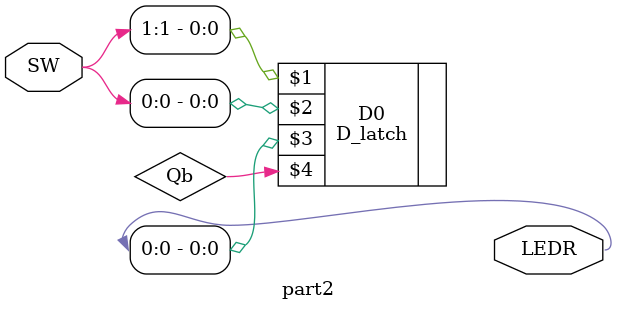
<source format=v>
module part2(SW, LEDR);
	input [1:0] SW;
	output [9:0] LEDR;
	wire Qb;
	D_latch D0(SW[1], SW[0], LEDR[0], Qb);
endmodule 	


</source>
